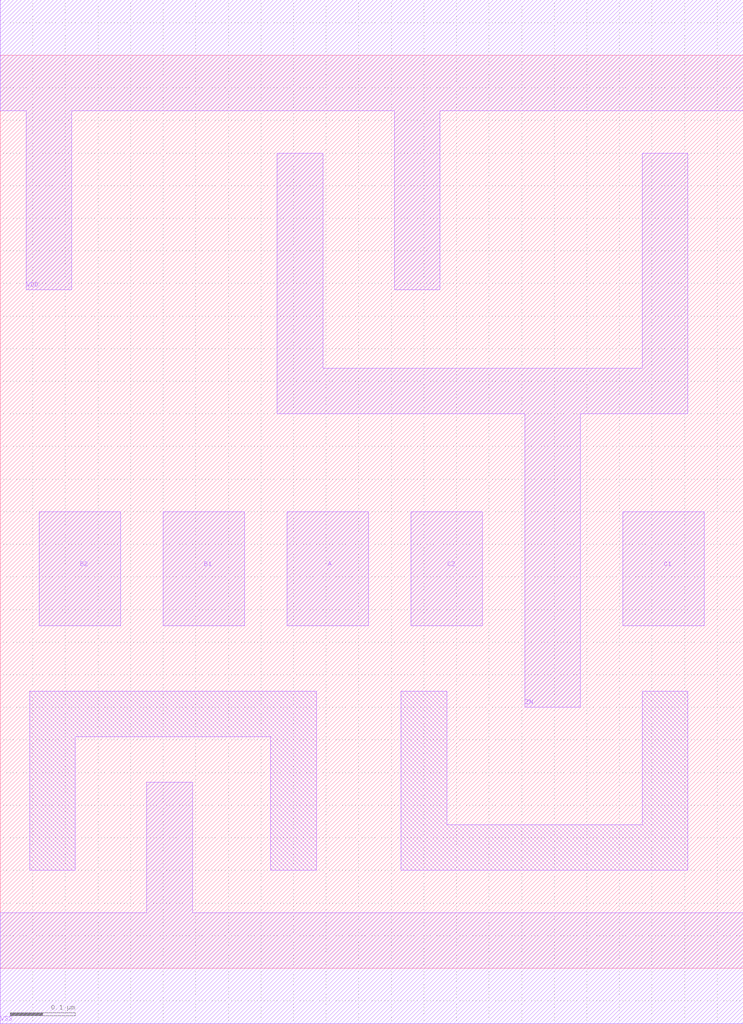
<source format=lef>
# 
# ******************************************************************************
# *                                                                            *
# *                   Copyright (C) 2004-2010, Nangate Inc.                    *
# *                           All rights reserved.                             *
# *                                                                            *
# * Nangate and the Nangate logo are trademarks of Nangate Inc.                *
# *                                                                            *
# * All trademarks, logos, software marks, and trade names (collectively the   *
# * "Marks") in this program are proprietary to Nangate or other respective    *
# * owners that have granted Nangate the right and license to use such Marks.  *
# * You are not permitted to use the Marks without the prior written consent   *
# * of Nangate or such third party that may own the Marks.                     *
# *                                                                            *
# * This file has been provided pursuant to a License Agreement containing     *
# * restrictions on its use. This file contains valuable trade secrets and     *
# * proprietary information of Nangate Inc., and is protected by U.S. and      *
# * international laws and/or treaties.                                        *
# *                                                                            *
# * The copyright notice(s) in this file does not indicate actual or intended  *
# * publication of this file.                                                  *
# *                                                                            *
# *     NGLibraryCreator, v2010.08-HR32-SP3-2010-08-05 - build 1009061800      *
# *                                                                            *
# ******************************************************************************
# 
# 
# Running on brazil06.nangate.com.br for user Giancarlo Franciscatto (gfr).
# Local time is now Fri, 3 Dec 2010, 19:32:18.
# Main process id is 27821.

VERSION 5.6 ;
BUSBITCHARS "[]" ;
DIVIDERCHAR "/" ;

MACRO OAI221_X1
  CLASS core ;
  FOREIGN OAI221_X1 0.0 0.0 ;
  ORIGIN 0 0 ;
  SYMMETRY X Y ;
  SITE FreePDK45_38x28_10R_NP_162NW_34O ;
  SIZE 1.14 BY 1.4 ;
  PIN A
    DIRECTION INPUT ;
    ANTENNAPARTIALMETALAREA 0.021875 LAYER metal1 ;
    ANTENNAPARTIALMETALSIDEAREA 0.078 LAYER metal1 ;
    ANTENNAGATEAREA 0.05225 ;
    PORT
      LAYER metal1 ;
        POLYGON 0.44 0.525 0.485 0.525 0.565 0.525 0.565 0.7 0.485 0.7 0.44 0.7  ;
    END
  END A
  PIN B1
    DIRECTION INPUT ;
    ANTENNAPARTIALMETALAREA 0.021875 LAYER metal1 ;
    ANTENNAPARTIALMETALSIDEAREA 0.078 LAYER metal1 ;
    ANTENNAGATEAREA 0.05225 ;
    PORT
      LAYER metal1 ;
        POLYGON 0.25 0.525 0.375 0.525 0.375 0.7 0.25 0.7  ;
    END
  END B1
  PIN B2
    DIRECTION INPUT ;
    ANTENNAPARTIALMETALAREA 0.021875 LAYER metal1 ;
    ANTENNAPARTIALMETALSIDEAREA 0.078 LAYER metal1 ;
    ANTENNAGATEAREA 0.05225 ;
    PORT
      LAYER metal1 ;
        POLYGON 0.06 0.525 0.185 0.525 0.185 0.7 0.06 0.7  ;
    END
  END B2
  PIN C1
    DIRECTION INPUT ;
    ANTENNAPARTIALMETALAREA 0.021875 LAYER metal1 ;
    ANTENNAPARTIALMETALSIDEAREA 0.078 LAYER metal1 ;
    ANTENNAGATEAREA 0.05225 ;
    PORT
      LAYER metal1 ;
        POLYGON 0.955 0.525 1.055 0.525 1.08 0.525 1.08 0.7 1.055 0.7 0.955 0.7  ;
    END
  END C1
  PIN C2
    DIRECTION INPUT ;
    ANTENNAPARTIALMETALAREA 0.01925 LAYER metal1 ;
    ANTENNAPARTIALMETALSIDEAREA 0.0741 LAYER metal1 ;
    ANTENNAGATEAREA 0.05225 ;
    PORT
      LAYER metal1 ;
        POLYGON 0.63 0.525 0.74 0.525 0.74 0.7 0.63 0.7  ;
    END
  END C2
  PIN ZN
    DIRECTION OUTPUT ;
    ANTENNAPARTIALMETALAREA 0.12855 LAYER metal1 ;
    ANTENNAPARTIALMETALSIDEAREA 0.4706 LAYER metal1 ;
    ANTENNADIFFAREA 0.21245 ;
    PORT
      LAYER metal1 ;
        POLYGON 0.425 0.85 0.485 0.85 0.805 0.85 0.805 0.4 0.89 0.4 0.89 0.85 1.055 0.85 1.055 1.25 0.985 1.25 0.985 0.92 0.495 0.92 0.495 1.25 0.485 1.25 0.425 1.25  ;
    END
  END ZN
  PIN VDD
    DIRECTION INOUT ;
    USE power ;
    SHAPE ABUTMENT ;
    PORT
      LAYER metal1 ;
        POLYGON 0 1.315 0.04 1.315 0.04 1.04 0.11 1.04 0.11 1.315 0.485 1.315 0.605 1.315 0.605 1.04 0.675 1.04 0.675 1.315 1.055 1.315 1.14 1.315 1.14 1.485 1.055 1.485 0.485 1.485 0 1.485  ;
    END
  END VDD
  PIN VSS
    DIRECTION INOUT ;
    USE ground ;
    SHAPE ABUTMENT ;
    PORT
      LAYER metal1 ;
        POLYGON 0 -0.085 1.14 -0.085 1.14 0.085 0.295 0.085 0.295 0.285 0.225 0.285 0.225 0.085 0 0.085  ;
    END
  END VSS
  OBS
      LAYER metal1 ;
        POLYGON 0.045 0.15 0.115 0.15 0.115 0.355 0.415 0.355 0.415 0.15 0.485 0.15 0.485 0.425 0.045 0.425  ;
        POLYGON 0.615 0.15 1.055 0.15 1.055 0.425 0.985 0.425 0.985 0.22 0.685 0.22 0.685 0.425 0.615 0.425  ;
  END
END OAI221_X1

END LIBRARY
#
# End of file
#

</source>
